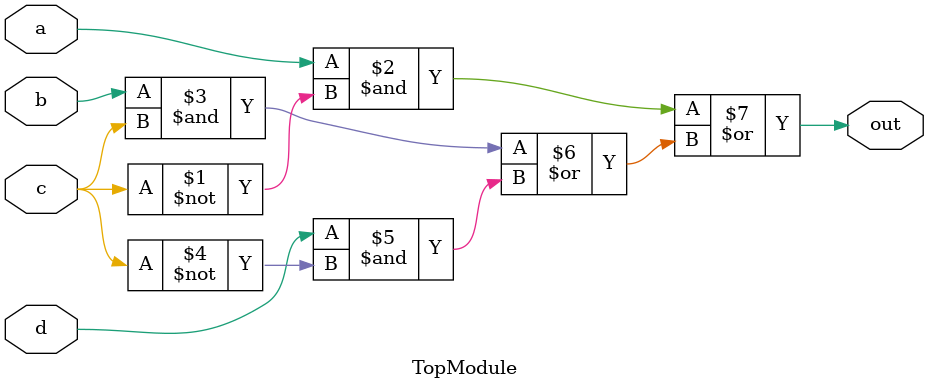
<source format=sv>


module TopModule (
  input a,
  input b,
  input c,
  input d,
  output reg out
);

assign out = (a & ~c) | ((b & c) | (d & ~c));
endmodule

</source>
